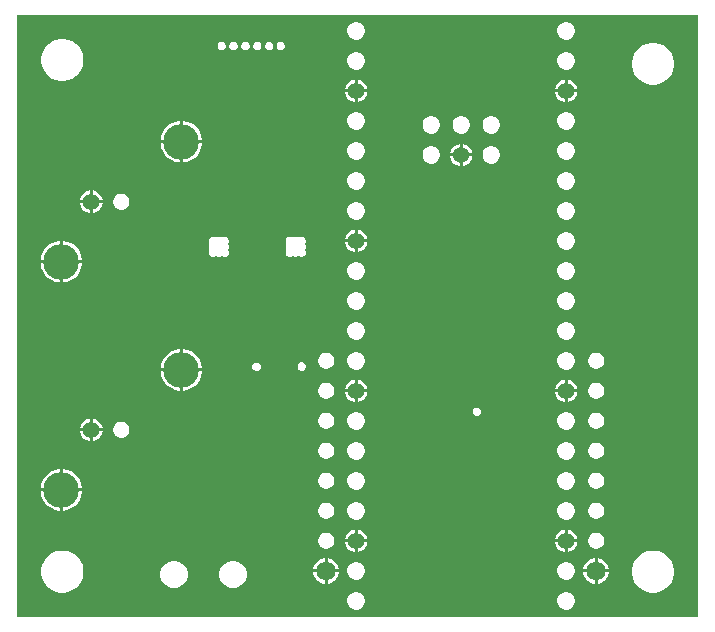
<source format=gbr>
%TF.GenerationSoftware,Altium Limited,Altium Designer,23.5.1 (21)*%
G04 Layer_Physical_Order=2*
G04 Layer_Color=36540*
%FSLAX45Y45*%
%MOMM*%
%TF.SameCoordinates,251D8D79-0CC1-4DB5-8A6B-B6CDDAA58204*%
%TF.FilePolarity,Positive*%
%TF.FileFunction,Copper,L2,Inr,Signal*%
%TF.Part,Single*%
G01*
G75*
%TA.AperFunction,ComponentPad*%
%ADD24C,0.47400*%
%ADD26C,1.65100*%
%ADD29C,1.39000*%
%ADD30C,3.01500*%
%ADD31C,1.40800*%
%ADD32C,1.37000*%
G36*
X5783766Y16235D02*
X16235D01*
Y5116265D01*
X5783765D01*
X5783766Y16235D01*
D02*
G37*
%LPC*%
G36*
X4675359Y5053400D02*
X4655638D01*
X4636588Y5048296D01*
X4619509Y5038435D01*
X4605564Y5024490D01*
X4595703Y5007410D01*
X4590599Y4988361D01*
Y4968639D01*
X4595703Y4949590D01*
X4605564Y4932511D01*
X4619509Y4918565D01*
X4636588Y4908704D01*
X4655638Y4903600D01*
X4675359D01*
X4694409Y4908704D01*
X4711488Y4918565D01*
X4725433Y4932511D01*
X4735294Y4949590D01*
X4740398Y4968639D01*
Y4988361D01*
X4735294Y5007410D01*
X4725433Y5024490D01*
X4711488Y5038435D01*
X4694409Y5048296D01*
X4675359Y5053400D01*
D02*
G37*
G36*
X2897361D02*
X2877639D01*
X2858590Y5048296D01*
X2841510Y5038435D01*
X2827565Y5024490D01*
X2817704Y5007410D01*
X2812600Y4988361D01*
Y4968639D01*
X2817704Y4949590D01*
X2827565Y4932511D01*
X2841510Y4918565D01*
X2858590Y4908704D01*
X2877639Y4903600D01*
X2897361D01*
X2916410Y4908704D01*
X2933489Y4918565D01*
X2947435Y4932511D01*
X2957296Y4949590D01*
X2962400Y4968639D01*
Y4988361D01*
X2957296Y5007410D01*
X2947435Y5024490D01*
X2933489Y5038435D01*
X2916410Y5048296D01*
X2897361Y5053400D01*
D02*
G37*
G36*
X2257041Y4885400D02*
X2242959D01*
X2229948Y4880010D01*
X2219990Y4870052D01*
X2214600Y4857041D01*
Y4842959D01*
X2219990Y4829948D01*
X2229948Y4819990D01*
X2242959Y4814600D01*
X2257041D01*
X2270052Y4819990D01*
X2280010Y4829948D01*
X2285400Y4842959D01*
Y4857041D01*
X2280010Y4870052D01*
X2270052Y4880010D01*
X2257041Y4885400D01*
D02*
G37*
G36*
X2157041D02*
X2142959D01*
X2129948Y4880010D01*
X2119990Y4870052D01*
X2114600Y4857041D01*
Y4842959D01*
X2119990Y4829948D01*
X2129948Y4819990D01*
X2142959Y4814600D01*
X2157041D01*
X2170052Y4819990D01*
X2180010Y4829948D01*
X2185400Y4842959D01*
Y4857041D01*
X2180010Y4870052D01*
X2170052Y4880010D01*
X2157041Y4885400D01*
D02*
G37*
G36*
X2057041D02*
X2042959D01*
X2029948Y4880010D01*
X2019990Y4870052D01*
X2014600Y4857041D01*
Y4842959D01*
X2019990Y4829948D01*
X2029948Y4819990D01*
X2042959Y4814600D01*
X2057041D01*
X2070052Y4819990D01*
X2080010Y4829948D01*
X2085400Y4842959D01*
Y4857041D01*
X2080010Y4870052D01*
X2070052Y4880010D01*
X2057041Y4885400D01*
D02*
G37*
G36*
X1957041D02*
X1942959D01*
X1929948Y4880010D01*
X1919990Y4870052D01*
X1914600Y4857041D01*
Y4842959D01*
X1919990Y4829948D01*
X1929948Y4819990D01*
X1942959Y4814600D01*
X1957041D01*
X1970052Y4819990D01*
X1980010Y4829948D01*
X1985400Y4842959D01*
Y4857041D01*
X1980010Y4870052D01*
X1970052Y4880010D01*
X1957041Y4885400D01*
D02*
G37*
G36*
X1857041D02*
X1842959D01*
X1829948Y4880010D01*
X1819990Y4870052D01*
X1814600Y4857041D01*
Y4842959D01*
X1819990Y4829948D01*
X1829948Y4819990D01*
X1842959Y4814600D01*
X1857041D01*
X1870052Y4819990D01*
X1880010Y4829948D01*
X1885400Y4842959D01*
Y4857041D01*
X1880010Y4870052D01*
X1870052Y4880010D01*
X1857041Y4885400D01*
D02*
G37*
G36*
X1757041D02*
X1742959D01*
X1729948Y4880010D01*
X1719990Y4870052D01*
X1714600Y4857041D01*
Y4842959D01*
X1719990Y4829948D01*
X1729948Y4819990D01*
X1742959Y4814600D01*
X1757041D01*
X1770052Y4819990D01*
X1780010Y4829948D01*
X1785400Y4842959D01*
Y4857041D01*
X1780010Y4870052D01*
X1770052Y4880010D01*
X1757041Y4885400D01*
D02*
G37*
G36*
X4675359Y4799400D02*
X4655638D01*
X4636588Y4794296D01*
X4619509Y4784435D01*
X4605564Y4770490D01*
X4595703Y4753410D01*
X4590599Y4734361D01*
Y4714639D01*
X4595703Y4695590D01*
X4605564Y4678511D01*
X4619509Y4664565D01*
X4636588Y4654704D01*
X4655638Y4649600D01*
X4675359D01*
X4694409Y4654704D01*
X4711488Y4664565D01*
X4725433Y4678511D01*
X4735294Y4695590D01*
X4740398Y4714639D01*
Y4734361D01*
X4735294Y4753410D01*
X4725433Y4770490D01*
X4711488Y4784435D01*
X4694409Y4794296D01*
X4675359Y4799400D01*
D02*
G37*
G36*
X2897361D02*
X2877639D01*
X2858590Y4794296D01*
X2841510Y4784435D01*
X2827565Y4770490D01*
X2817704Y4753410D01*
X2812600Y4734361D01*
Y4714639D01*
X2817704Y4695590D01*
X2827565Y4678511D01*
X2841510Y4664565D01*
X2858590Y4654704D01*
X2877639Y4649600D01*
X2897361D01*
X2916410Y4654704D01*
X2933489Y4664565D01*
X2947435Y4678511D01*
X2957296Y4695590D01*
X2962400Y4714639D01*
Y4734361D01*
X2957296Y4753410D01*
X2947435Y4770490D01*
X2933489Y4784435D01*
X2916410Y4794296D01*
X2897361Y4799400D01*
D02*
G37*
G36*
X417522Y4910400D02*
X382478D01*
X348109Y4903563D01*
X315733Y4890153D01*
X286595Y4870684D01*
X261816Y4845905D01*
X242347Y4816767D01*
X228937Y4784391D01*
X222100Y4750022D01*
Y4714978D01*
X228937Y4680609D01*
X242347Y4648233D01*
X261816Y4619095D01*
X286595Y4594316D01*
X315733Y4574847D01*
X348109Y4561437D01*
X382478Y4554600D01*
X417522D01*
X451891Y4561437D01*
X484267Y4574847D01*
X513405Y4594316D01*
X538184Y4619095D01*
X557653Y4648233D01*
X571063Y4680609D01*
X577900Y4714978D01*
Y4750022D01*
X571063Y4784391D01*
X557653Y4816767D01*
X538184Y4845905D01*
X513405Y4870684D01*
X484267Y4890153D01*
X451891Y4903563D01*
X417522Y4910400D01*
D02*
G37*
G36*
X5417522Y4877900D02*
X5382478D01*
X5348109Y4871063D01*
X5315733Y4857653D01*
X5286595Y4838184D01*
X5261816Y4813405D01*
X5242347Y4784267D01*
X5228937Y4751891D01*
X5222100Y4717522D01*
Y4682478D01*
X5228937Y4648109D01*
X5242347Y4615733D01*
X5261816Y4586595D01*
X5286595Y4561816D01*
X5315733Y4542347D01*
X5348109Y4528937D01*
X5382478Y4522100D01*
X5417522D01*
X5451892Y4528937D01*
X5484267Y4542347D01*
X5513405Y4561816D01*
X5538184Y4586595D01*
X5557653Y4615733D01*
X5571063Y4648109D01*
X5577900Y4682478D01*
Y4717522D01*
X5571063Y4751891D01*
X5557653Y4784267D01*
X5538184Y4813405D01*
X5513405Y4838184D01*
X5484267Y4857653D01*
X5451892Y4871063D01*
X5417522Y4877900D01*
D02*
G37*
G36*
X4678198Y4565345D02*
Y4483201D01*
X4760343D01*
X4753931Y4507130D01*
X4741437Y4528770D01*
X4723768Y4546439D01*
X4702129Y4558933D01*
X4678198Y4565345D01*
D02*
G37*
G36*
X4652798Y4565345D02*
X4628868Y4558933D01*
X4607229Y4546439D01*
X4589560Y4528770D01*
X4577066Y4507130D01*
X4570654Y4483201D01*
X4652798D01*
Y4565345D01*
D02*
G37*
G36*
X2900200D02*
Y4483200D01*
X2982345D01*
X2975933Y4507130D01*
X2963439Y4528770D01*
X2945770Y4546439D01*
X2924130Y4558933D01*
X2900200Y4565345D01*
D02*
G37*
G36*
X2874800D02*
X2850870Y4558933D01*
X2829230Y4546439D01*
X2811561Y4528770D01*
X2799067Y4507130D01*
X2792655Y4483200D01*
X2874800D01*
Y4565345D01*
D02*
G37*
G36*
X4652798Y4457801D02*
X4570654D01*
X4577066Y4433870D01*
X4589560Y4412230D01*
X4607229Y4394561D01*
X4628868Y4382067D01*
X4652798Y4375655D01*
Y4457801D01*
D02*
G37*
G36*
X2982345Y4457800D02*
X2900200D01*
Y4375655D01*
X2924130Y4382067D01*
X2945770Y4394561D01*
X2963439Y4412230D01*
X2975933Y4433870D01*
X2982345Y4457800D01*
D02*
G37*
G36*
X2874800D02*
X2792655D01*
X2799067Y4433870D01*
X2811561Y4412230D01*
X2829230Y4394561D01*
X2850870Y4382067D01*
X2874800Y4375655D01*
Y4457800D01*
D02*
G37*
G36*
X4760343Y4457801D02*
X4678198D01*
Y4375655D01*
X4702129Y4382067D01*
X4723768Y4394561D01*
X4741437Y4412230D01*
X4753931Y4433870D01*
X4760343Y4457801D01*
D02*
G37*
G36*
X4675359Y4291400D02*
X4655638D01*
X4636588Y4286296D01*
X4619509Y4276435D01*
X4605564Y4262490D01*
X4595703Y4245410D01*
X4590599Y4226361D01*
Y4206639D01*
X4595703Y4187590D01*
X4605564Y4170511D01*
X4619509Y4156565D01*
X4636588Y4146704D01*
X4655638Y4141600D01*
X4675359D01*
X4694409Y4146704D01*
X4711488Y4156565D01*
X4725433Y4170511D01*
X4735294Y4187590D01*
X4740398Y4206639D01*
Y4226361D01*
X4735294Y4245410D01*
X4725433Y4262490D01*
X4711488Y4276435D01*
X4694409Y4286296D01*
X4675359Y4291400D01*
D02*
G37*
G36*
X2897361D02*
X2877639D01*
X2858590Y4286296D01*
X2841510Y4276435D01*
X2827565Y4262490D01*
X2817704Y4245410D01*
X2812600Y4226361D01*
Y4206639D01*
X2817704Y4187590D01*
X2827565Y4170511D01*
X2841510Y4156565D01*
X2858590Y4146704D01*
X2877639Y4141600D01*
X2897361D01*
X2916410Y4146704D01*
X2933489Y4156565D01*
X2947435Y4170511D01*
X2957296Y4187590D01*
X2962400Y4206639D01*
Y4226361D01*
X2957296Y4245410D01*
X2947435Y4262490D01*
X2933489Y4276435D01*
X2916410Y4286296D01*
X2897361Y4291400D01*
D02*
G37*
G36*
X4041229Y4256400D02*
X4021771D01*
X4002976Y4251364D01*
X3986124Y4241635D01*
X3972365Y4227875D01*
X3962636Y4211024D01*
X3957600Y4192229D01*
Y4172771D01*
X3962636Y4153976D01*
X3972365Y4137124D01*
X3986124Y4123365D01*
X4002976Y4113636D01*
X4021771Y4108600D01*
X4041229D01*
X4060024Y4113636D01*
X4076876Y4123365D01*
X4090635Y4137124D01*
X4100364Y4153976D01*
X4105400Y4172771D01*
Y4192229D01*
X4100364Y4211024D01*
X4090635Y4227875D01*
X4076876Y4241635D01*
X4060024Y4251364D01*
X4041229Y4256400D01*
D02*
G37*
G36*
X3787229D02*
X3767771D01*
X3748976Y4251364D01*
X3732124Y4241635D01*
X3718365Y4227875D01*
X3708636Y4211024D01*
X3703600Y4192229D01*
Y4172771D01*
X3708636Y4153976D01*
X3718365Y4137124D01*
X3732124Y4123365D01*
X3748976Y4113636D01*
X3767771Y4108600D01*
X3787229D01*
X3806024Y4113636D01*
X3822876Y4123365D01*
X3836635Y4137124D01*
X3846364Y4153976D01*
X3851400Y4172771D01*
Y4192229D01*
X3846364Y4211024D01*
X3836635Y4227875D01*
X3822876Y4241635D01*
X3806024Y4251364D01*
X3787229Y4256400D01*
D02*
G37*
G36*
X3533229D02*
X3513771D01*
X3494976Y4251364D01*
X3478124Y4241635D01*
X3464365Y4227875D01*
X3454636Y4211024D01*
X3449600Y4192229D01*
Y4172771D01*
X3454636Y4153976D01*
X3464365Y4137124D01*
X3478124Y4123365D01*
X3494976Y4113636D01*
X3513771Y4108600D01*
X3533229D01*
X3552024Y4113636D01*
X3568876Y4123365D01*
X3582635Y4137124D01*
X3592364Y4153976D01*
X3597400Y4172771D01*
Y4192229D01*
X3592364Y4211024D01*
X3582635Y4227875D01*
X3568876Y4241635D01*
X3552024Y4251364D01*
X3533229Y4256400D01*
D02*
G37*
G36*
X1425349Y4216650D02*
X1420700D01*
Y4053200D01*
X1584150D01*
Y4057849D01*
X1577381Y4091881D01*
X1564102Y4123938D01*
X1544825Y4152789D01*
X1520289Y4177325D01*
X1491438Y4196602D01*
X1459381Y4209881D01*
X1425349Y4216650D01*
D02*
G37*
G36*
X1395300D02*
X1390651D01*
X1356619Y4209881D01*
X1324561Y4196602D01*
X1295711Y4177325D01*
X1271175Y4152789D01*
X1251898Y4123938D01*
X1238619Y4091881D01*
X1231850Y4057849D01*
Y4053200D01*
X1395300D01*
Y4216650D01*
D02*
G37*
G36*
X3790200Y4022309D02*
Y3941200D01*
X3871310D01*
X3865001Y3964744D01*
X3852639Y3986156D01*
X3835156Y4003639D01*
X3813744Y4016001D01*
X3790200Y4022309D01*
D02*
G37*
G36*
X3764800D02*
X3741256Y4016001D01*
X3719844Y4003639D01*
X3702361Y3986156D01*
X3689999Y3964744D01*
X3683690Y3941200D01*
X3764800D01*
Y4022309D01*
D02*
G37*
G36*
X4675359Y4037400D02*
X4655638D01*
X4636588Y4032296D01*
X4619509Y4022435D01*
X4605564Y4008490D01*
X4595703Y3991410D01*
X4590599Y3972361D01*
Y3952639D01*
X4595703Y3933590D01*
X4605564Y3916511D01*
X4619509Y3902565D01*
X4636588Y3892704D01*
X4655638Y3887600D01*
X4675359D01*
X4694409Y3892704D01*
X4711488Y3902565D01*
X4725433Y3916511D01*
X4735294Y3933590D01*
X4740398Y3952639D01*
Y3972361D01*
X4735294Y3991410D01*
X4725433Y4008490D01*
X4711488Y4022435D01*
X4694409Y4032296D01*
X4675359Y4037400D01*
D02*
G37*
G36*
X2897361D02*
X2877639D01*
X2858590Y4032296D01*
X2841510Y4022435D01*
X2827565Y4008490D01*
X2817704Y3991410D01*
X2812600Y3972361D01*
Y3952639D01*
X2817704Y3933590D01*
X2827565Y3916511D01*
X2841510Y3902565D01*
X2858590Y3892704D01*
X2877639Y3887600D01*
X2897361D01*
X2916410Y3892704D01*
X2933489Y3902565D01*
X2947435Y3916511D01*
X2957296Y3933590D01*
X2962400Y3952639D01*
Y3972361D01*
X2957296Y3991410D01*
X2947435Y4008490D01*
X2933489Y4022435D01*
X2916410Y4032296D01*
X2897361Y4037400D01*
D02*
G37*
G36*
X1584150Y4027800D02*
X1420700D01*
Y3864350D01*
X1425349D01*
X1459381Y3871119D01*
X1491438Y3884398D01*
X1520289Y3903675D01*
X1544825Y3928211D01*
X1564102Y3957061D01*
X1577381Y3989119D01*
X1584150Y4023151D01*
Y4027800D01*
D02*
G37*
G36*
X1395300D02*
X1231850D01*
Y4023151D01*
X1238619Y3989119D01*
X1251898Y3957061D01*
X1271175Y3928211D01*
X1295711Y3903675D01*
X1324561Y3884398D01*
X1356619Y3871119D01*
X1390651Y3864350D01*
X1395300D01*
Y4027800D01*
D02*
G37*
G36*
X4041229Y4002400D02*
X4021771D01*
X4002976Y3997364D01*
X3986124Y3987635D01*
X3972365Y3973875D01*
X3962636Y3957024D01*
X3957600Y3938229D01*
Y3918771D01*
X3962636Y3899976D01*
X3972365Y3883124D01*
X3986124Y3869365D01*
X4002976Y3859636D01*
X4021771Y3854600D01*
X4041229D01*
X4060024Y3859636D01*
X4076876Y3869365D01*
X4090635Y3883124D01*
X4100364Y3899976D01*
X4105400Y3918771D01*
Y3938229D01*
X4100364Y3957024D01*
X4090635Y3973875D01*
X4076876Y3987635D01*
X4060024Y3997364D01*
X4041229Y4002400D01*
D02*
G37*
G36*
X3533229D02*
X3513771D01*
X3494976Y3997364D01*
X3478124Y3987635D01*
X3464365Y3973875D01*
X3454636Y3957024D01*
X3449600Y3938229D01*
Y3918771D01*
X3454636Y3899976D01*
X3464365Y3883124D01*
X3478124Y3869365D01*
X3494976Y3859636D01*
X3513771Y3854600D01*
X3533229D01*
X3552024Y3859636D01*
X3568876Y3869365D01*
X3582635Y3883124D01*
X3592364Y3899976D01*
X3597400Y3918771D01*
Y3938229D01*
X3592364Y3957024D01*
X3582635Y3973875D01*
X3568876Y3987635D01*
X3552024Y3997364D01*
X3533229Y4002400D01*
D02*
G37*
G36*
X3871310Y3915800D02*
X3790200D01*
Y3834690D01*
X3813744Y3840999D01*
X3835156Y3853361D01*
X3852639Y3870844D01*
X3865001Y3892256D01*
X3871310Y3915800D01*
D02*
G37*
G36*
X3764800D02*
X3683690D01*
X3689999Y3892256D01*
X3702361Y3870844D01*
X3719844Y3853361D01*
X3741256Y3840999D01*
X3764800Y3834690D01*
Y3915800D01*
D02*
G37*
G36*
X4675359Y3783400D02*
X4655638D01*
X4636588Y3778296D01*
X4619509Y3768435D01*
X4605564Y3754490D01*
X4595703Y3737410D01*
X4590599Y3718361D01*
Y3698639D01*
X4595703Y3679590D01*
X4605564Y3662511D01*
X4619509Y3648565D01*
X4636588Y3638704D01*
X4655638Y3633600D01*
X4675359D01*
X4694409Y3638704D01*
X4711488Y3648565D01*
X4725433Y3662511D01*
X4735294Y3679590D01*
X4740398Y3698639D01*
Y3718361D01*
X4735294Y3737410D01*
X4725433Y3754490D01*
X4711488Y3768435D01*
X4694409Y3778296D01*
X4675359Y3783400D01*
D02*
G37*
G36*
X2897361D02*
X2877639D01*
X2858590Y3778296D01*
X2841510Y3768435D01*
X2827565Y3754490D01*
X2817704Y3737410D01*
X2812600Y3718361D01*
Y3698639D01*
X2817704Y3679590D01*
X2827565Y3662511D01*
X2841510Y3648565D01*
X2858590Y3638704D01*
X2877639Y3633600D01*
X2897361D01*
X2916410Y3638704D01*
X2933489Y3648565D01*
X2947435Y3662511D01*
X2957296Y3679590D01*
X2962400Y3698639D01*
Y3718361D01*
X2957296Y3737410D01*
X2947435Y3754490D01*
X2933489Y3768435D01*
X2916410Y3778296D01*
X2897361Y3783400D01*
D02*
G37*
G36*
X658700Y3628276D02*
Y3545200D01*
X741777D01*
X735271Y3569477D01*
X722659Y3591323D01*
X704823Y3609159D01*
X682977Y3621771D01*
X658700Y3628276D01*
D02*
G37*
G36*
X633300D02*
X609023Y3621771D01*
X587177Y3609159D01*
X569341Y3591323D01*
X556729Y3569477D01*
X550223Y3545200D01*
X633300D01*
Y3628276D01*
D02*
G37*
G36*
X908939Y3600400D02*
X891061D01*
X873791Y3595773D01*
X858308Y3586833D01*
X845667Y3574191D01*
X836727Y3558708D01*
X832100Y3541439D01*
Y3523561D01*
X836727Y3506291D01*
X845667Y3490808D01*
X858308Y3478167D01*
X873791Y3469227D01*
X891061Y3464600D01*
X908939D01*
X926208Y3469227D01*
X941692Y3478167D01*
X954333Y3490808D01*
X963273Y3506291D01*
X967900Y3523561D01*
Y3541439D01*
X963273Y3558708D01*
X954333Y3574191D01*
X941692Y3586833D01*
X926208Y3595773D01*
X908939Y3600400D01*
D02*
G37*
G36*
X741777Y3519800D02*
X658700D01*
Y3436723D01*
X682977Y3443229D01*
X704823Y3455841D01*
X722659Y3473677D01*
X735271Y3495523D01*
X741777Y3519800D01*
D02*
G37*
G36*
X633300D02*
X550223D01*
X556729Y3495523D01*
X569341Y3473677D01*
X587177Y3455841D01*
X609023Y3443229D01*
X633300Y3436723D01*
Y3519800D01*
D02*
G37*
G36*
X4675359Y3529400D02*
X4655638D01*
X4636588Y3524296D01*
X4619509Y3514435D01*
X4605564Y3500490D01*
X4595703Y3483410D01*
X4590599Y3464361D01*
Y3444639D01*
X4595703Y3425590D01*
X4605564Y3408511D01*
X4619509Y3394565D01*
X4636588Y3384704D01*
X4655638Y3379600D01*
X4675359D01*
X4694409Y3384704D01*
X4711488Y3394565D01*
X4725433Y3408511D01*
X4735294Y3425590D01*
X4740398Y3444639D01*
Y3464361D01*
X4735294Y3483410D01*
X4725433Y3500490D01*
X4711488Y3514435D01*
X4694409Y3524296D01*
X4675359Y3529400D01*
D02*
G37*
G36*
X2897361D02*
X2877639D01*
X2858590Y3524296D01*
X2841510Y3514435D01*
X2827565Y3500490D01*
X2817704Y3483410D01*
X2812600Y3464361D01*
Y3444639D01*
X2817704Y3425590D01*
X2827565Y3408511D01*
X2841510Y3394565D01*
X2858590Y3384704D01*
X2877639Y3379600D01*
X2897361D01*
X2916410Y3384704D01*
X2933489Y3394565D01*
X2947435Y3408511D01*
X2957296Y3425590D01*
X2962400Y3444639D01*
Y3464361D01*
X2957296Y3483410D01*
X2947435Y3500490D01*
X2933489Y3514435D01*
X2916410Y3524296D01*
X2897361Y3529400D01*
D02*
G37*
G36*
X2432041Y3235400D02*
X2417959D01*
X2404948Y3230010D01*
X2400000Y3225063D01*
X2395052Y3230010D01*
X2382041Y3235400D01*
X2367959D01*
X2354948Y3230010D01*
X2350000Y3225062D01*
X2345052Y3230010D01*
X2332041Y3235400D01*
X2317959D01*
X2304948Y3230010D01*
X2294990Y3220052D01*
X2289600Y3207041D01*
Y3192959D01*
X2294990Y3179948D01*
X2299937Y3175000D01*
X2294990Y3170052D01*
X2289600Y3157041D01*
Y3142959D01*
X2294990Y3129948D01*
X2299937Y3125000D01*
X2294990Y3120052D01*
X2289600Y3107041D01*
Y3092959D01*
X2294990Y3079948D01*
X2304948Y3069990D01*
X2317959Y3064600D01*
X2332041D01*
X2345052Y3069990D01*
X2350000Y3074937D01*
X2354948Y3069990D01*
X2367959Y3064600D01*
X2382041D01*
X2395052Y3069990D01*
X2400000Y3074937D01*
X2404948Y3069990D01*
X2417959Y3064600D01*
X2432041D01*
X2445052Y3069990D01*
X2455010Y3079948D01*
X2460400Y3092959D01*
Y3107041D01*
X2455010Y3120052D01*
X2450063Y3125000D01*
X2455010Y3129948D01*
X2460400Y3142959D01*
Y3157041D01*
X2455010Y3170052D01*
X2450063Y3175000D01*
X2455010Y3179948D01*
X2460400Y3192959D01*
Y3207041D01*
X2455010Y3220052D01*
X2445052Y3230010D01*
X2432041Y3235400D01*
D02*
G37*
G36*
X1782041D02*
X1767959D01*
X1754948Y3230010D01*
X1750000Y3225063D01*
X1745052Y3230010D01*
X1732041Y3235400D01*
X1717959D01*
X1704948Y3230010D01*
X1700000Y3225062D01*
X1695052Y3230010D01*
X1682041Y3235400D01*
X1667959D01*
X1654948Y3230010D01*
X1644990Y3220052D01*
X1639600Y3207041D01*
Y3192959D01*
X1644990Y3179948D01*
X1649937Y3175000D01*
X1644990Y3170052D01*
X1639600Y3157041D01*
Y3142959D01*
X1644990Y3129948D01*
X1649937Y3125000D01*
X1644990Y3120052D01*
X1639600Y3107041D01*
Y3092959D01*
X1644990Y3079948D01*
X1654948Y3069990D01*
X1667959Y3064600D01*
X1682041D01*
X1695052Y3069990D01*
X1700000Y3074937D01*
X1704948Y3069990D01*
X1717959Y3064600D01*
X1732041D01*
X1745052Y3069990D01*
X1750000Y3074937D01*
X1754948Y3069990D01*
X1767959Y3064600D01*
X1782041D01*
X1795052Y3069990D01*
X1805010Y3079948D01*
X1810400Y3092959D01*
Y3107041D01*
X1805010Y3120052D01*
X1800062Y3125000D01*
X1805010Y3129948D01*
X1810400Y3142959D01*
Y3157041D01*
X1805010Y3170052D01*
X1800063Y3175000D01*
X1805010Y3179948D01*
X1810400Y3192959D01*
Y3207041D01*
X1805010Y3220052D01*
X1795052Y3230010D01*
X1782041Y3235400D01*
D02*
G37*
G36*
X2900200Y3295345D02*
Y3213200D01*
X2982345D01*
X2975933Y3237130D01*
X2963439Y3258770D01*
X2945770Y3276439D01*
X2924130Y3288933D01*
X2900200Y3295345D01*
D02*
G37*
G36*
X2874800D02*
X2850870Y3288933D01*
X2829230Y3276439D01*
X2811561Y3258770D01*
X2799067Y3237130D01*
X2792655Y3213200D01*
X2874800D01*
Y3295345D01*
D02*
G37*
G36*
X4675359Y3275400D02*
X4655638D01*
X4636588Y3270296D01*
X4619509Y3260435D01*
X4605564Y3246490D01*
X4595703Y3229410D01*
X4590599Y3210361D01*
Y3190639D01*
X4595703Y3171590D01*
X4605564Y3154511D01*
X4619509Y3140565D01*
X4636588Y3130704D01*
X4655638Y3125600D01*
X4675359D01*
X4694409Y3130704D01*
X4711488Y3140565D01*
X4725433Y3154511D01*
X4735294Y3171590D01*
X4740398Y3190639D01*
Y3210361D01*
X4735294Y3229410D01*
X4725433Y3246490D01*
X4711488Y3260435D01*
X4694409Y3270296D01*
X4675359Y3275400D01*
D02*
G37*
G36*
X2982345Y3187800D02*
X2900200D01*
Y3105655D01*
X2924130Y3112067D01*
X2945770Y3124561D01*
X2963439Y3142230D01*
X2975933Y3163870D01*
X2982345Y3187800D01*
D02*
G37*
G36*
X2874800D02*
X2792655D01*
X2799067Y3163870D01*
X2811561Y3142230D01*
X2829230Y3124561D01*
X2850870Y3112067D01*
X2874800Y3105655D01*
Y3187800D01*
D02*
G37*
G36*
X409349Y3200650D02*
X404700D01*
Y3037200D01*
X568150D01*
Y3041849D01*
X561381Y3075881D01*
X548102Y3107938D01*
X528825Y3136789D01*
X504289Y3161325D01*
X475438Y3180602D01*
X443381Y3193881D01*
X409349Y3200650D01*
D02*
G37*
G36*
X379300D02*
X374651D01*
X340619Y3193881D01*
X308561Y3180602D01*
X279711Y3161325D01*
X255175Y3136789D01*
X235898Y3107938D01*
X222619Y3075881D01*
X215850Y3041849D01*
Y3037200D01*
X379300D01*
Y3200650D01*
D02*
G37*
G36*
X4675359Y3021400D02*
X4655638D01*
X4636588Y3016296D01*
X4619509Y3006435D01*
X4605564Y2992490D01*
X4595703Y2975410D01*
X4590599Y2956361D01*
Y2936639D01*
X4595703Y2917590D01*
X4605564Y2900511D01*
X4619509Y2886565D01*
X4636588Y2876704D01*
X4655638Y2871600D01*
X4675359D01*
X4694409Y2876704D01*
X4711488Y2886565D01*
X4725433Y2900511D01*
X4735294Y2917590D01*
X4740398Y2936639D01*
Y2956361D01*
X4735294Y2975410D01*
X4725433Y2992490D01*
X4711488Y3006435D01*
X4694409Y3016296D01*
X4675359Y3021400D01*
D02*
G37*
G36*
X2897361D02*
X2877639D01*
X2858590Y3016296D01*
X2841510Y3006435D01*
X2827565Y2992490D01*
X2817704Y2975410D01*
X2812600Y2956361D01*
Y2936639D01*
X2817704Y2917590D01*
X2827565Y2900511D01*
X2841510Y2886565D01*
X2858590Y2876704D01*
X2877639Y2871600D01*
X2897361D01*
X2916410Y2876704D01*
X2933489Y2886565D01*
X2947435Y2900511D01*
X2957296Y2917590D01*
X2962400Y2936639D01*
Y2956361D01*
X2957296Y2975410D01*
X2947435Y2992490D01*
X2933489Y3006435D01*
X2916410Y3016296D01*
X2897361Y3021400D01*
D02*
G37*
G36*
X568150Y3011800D02*
X404700D01*
Y2848350D01*
X409349D01*
X443381Y2855119D01*
X475438Y2868398D01*
X504289Y2887675D01*
X528825Y2912211D01*
X548102Y2941061D01*
X561381Y2973119D01*
X568150Y3007151D01*
Y3011800D01*
D02*
G37*
G36*
X379300D02*
X215850D01*
Y3007151D01*
X222619Y2973119D01*
X235898Y2941061D01*
X255175Y2912211D01*
X279711Y2887675D01*
X308561Y2868398D01*
X340619Y2855119D01*
X374651Y2848350D01*
X379300D01*
Y3011800D01*
D02*
G37*
G36*
X4675359Y2767400D02*
X4655638D01*
X4636588Y2762296D01*
X4619509Y2752435D01*
X4605564Y2738490D01*
X4595703Y2721410D01*
X4590599Y2702361D01*
Y2682639D01*
X4595703Y2663590D01*
X4605564Y2646511D01*
X4619509Y2632565D01*
X4636588Y2622704D01*
X4655638Y2617600D01*
X4675359D01*
X4694409Y2622704D01*
X4711488Y2632565D01*
X4725433Y2646511D01*
X4735294Y2663590D01*
X4740398Y2682639D01*
Y2702361D01*
X4735294Y2721410D01*
X4725433Y2738490D01*
X4711488Y2752435D01*
X4694409Y2762296D01*
X4675359Y2767400D01*
D02*
G37*
G36*
X2897361D02*
X2877639D01*
X2858590Y2762296D01*
X2841510Y2752435D01*
X2827565Y2738490D01*
X2817704Y2721410D01*
X2812600Y2702361D01*
Y2682639D01*
X2817704Y2663590D01*
X2827565Y2646511D01*
X2841510Y2632565D01*
X2858590Y2622704D01*
X2877639Y2617600D01*
X2897361D01*
X2916410Y2622704D01*
X2933489Y2632565D01*
X2947435Y2646511D01*
X2957296Y2663590D01*
X2962400Y2682639D01*
Y2702361D01*
X2957296Y2721410D01*
X2947435Y2738490D01*
X2933489Y2752435D01*
X2916410Y2762296D01*
X2897361Y2767400D01*
D02*
G37*
G36*
X4675359Y2513400D02*
X4655638D01*
X4636588Y2508296D01*
X4619509Y2498435D01*
X4605564Y2484490D01*
X4595703Y2467410D01*
X4590599Y2448361D01*
Y2428639D01*
X4595703Y2409590D01*
X4605564Y2392511D01*
X4619509Y2378565D01*
X4636588Y2368704D01*
X4655638Y2363600D01*
X4675359D01*
X4694409Y2368704D01*
X4711488Y2378565D01*
X4725433Y2392511D01*
X4735294Y2409590D01*
X4740398Y2428639D01*
Y2448361D01*
X4735294Y2467410D01*
X4725433Y2484490D01*
X4711488Y2498435D01*
X4694409Y2508296D01*
X4675359Y2513400D01*
D02*
G37*
G36*
X2897361D02*
X2877639D01*
X2858590Y2508296D01*
X2841510Y2498435D01*
X2827565Y2484490D01*
X2817704Y2467410D01*
X2812600Y2448361D01*
Y2428639D01*
X2817704Y2409590D01*
X2827565Y2392511D01*
X2841510Y2378565D01*
X2858590Y2368704D01*
X2877639Y2363600D01*
X2897361D01*
X2916410Y2368704D01*
X2933489Y2378565D01*
X2947435Y2392511D01*
X2957296Y2409590D01*
X2962400Y2428639D01*
Y2448361D01*
X2957296Y2467410D01*
X2947435Y2484490D01*
X2933489Y2498435D01*
X2916410Y2508296D01*
X2897361Y2513400D01*
D02*
G37*
G36*
X1425349Y2284150D02*
X1420700D01*
Y2120700D01*
X1584150D01*
Y2125349D01*
X1577381Y2159381D01*
X1564102Y2191439D01*
X1544825Y2220289D01*
X1520289Y2244825D01*
X1491438Y2264102D01*
X1459381Y2277381D01*
X1425349Y2284150D01*
D02*
G37*
G36*
X1395300D02*
X1390651D01*
X1356619Y2277381D01*
X1324561Y2264102D01*
X1295711Y2244825D01*
X1271175Y2220289D01*
X1251898Y2191439D01*
X1238619Y2159381D01*
X1231850Y2125349D01*
Y2120700D01*
X1395300D01*
Y2284150D01*
D02*
G37*
G36*
X4928367Y2251850D02*
X4910633D01*
X4893504Y2247260D01*
X4878146Y2238393D01*
X4865607Y2225854D01*
X4856740Y2210496D01*
X4852150Y2193367D01*
Y2175633D01*
X4856740Y2158504D01*
X4865607Y2143146D01*
X4878146Y2130607D01*
X4893504Y2121740D01*
X4910633Y2117150D01*
X4928367D01*
X4945496Y2121740D01*
X4960854Y2130607D01*
X4973393Y2143146D01*
X4982260Y2158504D01*
X4986850Y2175633D01*
Y2193367D01*
X4982260Y2210496D01*
X4973393Y2225854D01*
X4960854Y2238393D01*
X4945496Y2247260D01*
X4928367Y2251850D01*
D02*
G37*
G36*
X2642367D02*
X2624633D01*
X2607504Y2247260D01*
X2592146Y2238393D01*
X2579607Y2225854D01*
X2570740Y2210496D01*
X2566150Y2193367D01*
Y2175633D01*
X2570740Y2158504D01*
X2579607Y2143146D01*
X2592146Y2130607D01*
X2607504Y2121740D01*
X2624633Y2117150D01*
X2642367D01*
X2659496Y2121740D01*
X2674854Y2130607D01*
X2687393Y2143146D01*
X2696260Y2158504D01*
X2700850Y2175633D01*
Y2193367D01*
X2696260Y2210496D01*
X2687393Y2225854D01*
X2674854Y2238393D01*
X2659496Y2247260D01*
X2642367Y2251850D01*
D02*
G37*
G36*
X4675359Y2259400D02*
X4655638D01*
X4636588Y2254296D01*
X4619509Y2244435D01*
X4605564Y2230490D01*
X4595703Y2213410D01*
X4590599Y2194361D01*
Y2174639D01*
X4595703Y2155590D01*
X4605564Y2138511D01*
X4619509Y2124565D01*
X4636588Y2114704D01*
X4655638Y2109600D01*
X4675359D01*
X4694409Y2114704D01*
X4711488Y2124565D01*
X4725433Y2138511D01*
X4735294Y2155590D01*
X4740398Y2174639D01*
Y2194361D01*
X4735294Y2213410D01*
X4725433Y2230490D01*
X4711488Y2244435D01*
X4694409Y2254296D01*
X4675359Y2259400D01*
D02*
G37*
G36*
X2897361D02*
X2877639D01*
X2858590Y2254296D01*
X2841510Y2244435D01*
X2827565Y2230490D01*
X2817704Y2213410D01*
X2812600Y2194361D01*
Y2174639D01*
X2817704Y2155590D01*
X2827565Y2138511D01*
X2841510Y2124565D01*
X2858590Y2114704D01*
X2877639Y2109600D01*
X2897361D01*
X2916410Y2114704D01*
X2933489Y2124565D01*
X2947435Y2138511D01*
X2957296Y2155590D01*
X2962400Y2174639D01*
Y2194361D01*
X2957296Y2213410D01*
X2947435Y2230490D01*
X2933489Y2244435D01*
X2916410Y2254296D01*
X2897361Y2259400D01*
D02*
G37*
G36*
X2434541Y2172900D02*
X2420459D01*
X2407448Y2167510D01*
X2397490Y2157552D01*
X2392100Y2144541D01*
Y2130459D01*
X2397490Y2117448D01*
X2407448Y2107490D01*
X2420459Y2102100D01*
X2434541D01*
X2447552Y2107490D01*
X2457510Y2117448D01*
X2462900Y2130459D01*
Y2144541D01*
X2457510Y2157552D01*
X2447552Y2167510D01*
X2434541Y2172900D01*
D02*
G37*
G36*
X2052241Y2169801D02*
X2038158D01*
X2025147Y2164411D01*
X2015189Y2154453D01*
X2009800Y2141443D01*
Y2127360D01*
X2015189Y2114349D01*
X2025147Y2104391D01*
X2038158Y2099001D01*
X2052241D01*
X2065252Y2104391D01*
X2075210Y2114349D01*
X2080599Y2127360D01*
Y2141443D01*
X2075210Y2154453D01*
X2065252Y2164411D01*
X2052241Y2169801D01*
D02*
G37*
G36*
X4678198Y2025345D02*
Y1943201D01*
X4760343D01*
X4753931Y1967130D01*
X4741437Y1988770D01*
X4723768Y2006439D01*
X4702129Y2018933D01*
X4678198Y2025345D01*
D02*
G37*
G36*
X4652798Y2025345D02*
X4628868Y2018933D01*
X4607229Y2006439D01*
X4589560Y1988770D01*
X4577066Y1967130D01*
X4570654Y1943201D01*
X4652798D01*
Y2025345D01*
D02*
G37*
G36*
X2900200D02*
Y1943200D01*
X2982345D01*
X2975933Y1967130D01*
X2963439Y1988770D01*
X2945770Y2006439D01*
X2924130Y2018933D01*
X2900200Y2025345D01*
D02*
G37*
G36*
X2874800D02*
X2850870Y2018933D01*
X2829230Y2006439D01*
X2811561Y1988770D01*
X2799067Y1967130D01*
X2792655Y1943200D01*
X2874800D01*
Y2025345D01*
D02*
G37*
G36*
X1584150Y2095300D02*
X1420700D01*
Y1931850D01*
X1425349D01*
X1459381Y1938619D01*
X1491438Y1951898D01*
X1520289Y1971175D01*
X1544825Y1995711D01*
X1564102Y2024562D01*
X1577381Y2056619D01*
X1584150Y2090651D01*
Y2095300D01*
D02*
G37*
G36*
X1395300D02*
X1231850D01*
Y2090651D01*
X1238619Y2056619D01*
X1251898Y2024562D01*
X1271175Y1995711D01*
X1295711Y1971175D01*
X1324561Y1951898D01*
X1356619Y1938619D01*
X1390651Y1931850D01*
X1395300D01*
Y2095300D01*
D02*
G37*
G36*
X4928367Y1997850D02*
X4910633D01*
X4893504Y1993260D01*
X4878146Y1984393D01*
X4865607Y1971854D01*
X4856740Y1956496D01*
X4852150Y1939367D01*
Y1921633D01*
X4856740Y1904504D01*
X4865607Y1889146D01*
X4878146Y1876607D01*
X4893504Y1867740D01*
X4910633Y1863150D01*
X4928367D01*
X4945496Y1867740D01*
X4960854Y1876607D01*
X4973393Y1889146D01*
X4982260Y1904504D01*
X4986850Y1921633D01*
Y1939367D01*
X4982260Y1956496D01*
X4973393Y1971854D01*
X4960854Y1984393D01*
X4945496Y1993260D01*
X4928367Y1997850D01*
D02*
G37*
G36*
X2642367D02*
X2624633D01*
X2607504Y1993260D01*
X2592146Y1984393D01*
X2579607Y1971854D01*
X2570740Y1956496D01*
X2566150Y1939367D01*
Y1921633D01*
X2570740Y1904504D01*
X2579607Y1889146D01*
X2592146Y1876607D01*
X2607504Y1867740D01*
X2624633Y1863150D01*
X2642367D01*
X2659496Y1867740D01*
X2674854Y1876607D01*
X2687393Y1889146D01*
X2696260Y1904504D01*
X2700850Y1921633D01*
Y1939367D01*
X2696260Y1956496D01*
X2687393Y1971854D01*
X2674854Y1984393D01*
X2659496Y1993260D01*
X2642367Y1997850D01*
D02*
G37*
G36*
X4652798Y1917801D02*
X4570654D01*
X4577066Y1893870D01*
X4589560Y1872230D01*
X4607229Y1854561D01*
X4628868Y1842067D01*
X4652798Y1835655D01*
Y1917801D01*
D02*
G37*
G36*
X2982345Y1917800D02*
X2900200D01*
Y1835655D01*
X2924130Y1842067D01*
X2945770Y1854561D01*
X2963439Y1872230D01*
X2975933Y1893870D01*
X2982345Y1917800D01*
D02*
G37*
G36*
X2874800D02*
X2792655D01*
X2799067Y1893870D01*
X2811561Y1872230D01*
X2829230Y1854561D01*
X2850870Y1842067D01*
X2874800Y1835655D01*
Y1917800D01*
D02*
G37*
G36*
X4760343Y1917801D02*
X4678198D01*
Y1835655D01*
X4702129Y1842067D01*
X4723768Y1854561D01*
X4741437Y1872230D01*
X4753931Y1893870D01*
X4760343Y1917801D01*
D02*
G37*
G36*
X3917041Y1787900D02*
X3902959D01*
X3889948Y1782510D01*
X3879990Y1772552D01*
X3874600Y1759541D01*
Y1745459D01*
X3879990Y1732448D01*
X3889948Y1722490D01*
X3902959Y1717100D01*
X3917041D01*
X3930052Y1722490D01*
X3940010Y1732448D01*
X3945400Y1745459D01*
Y1759541D01*
X3940010Y1772552D01*
X3930052Y1782510D01*
X3917041Y1787900D01*
D02*
G37*
G36*
X658700Y1695777D02*
Y1612700D01*
X741777D01*
X735271Y1636977D01*
X722659Y1658823D01*
X704823Y1676659D01*
X682977Y1689271D01*
X658700Y1695777D01*
D02*
G37*
G36*
X633300D02*
X609023Y1689271D01*
X587177Y1676659D01*
X569341Y1658823D01*
X556729Y1636977D01*
X550223Y1612700D01*
X633300D01*
Y1695777D01*
D02*
G37*
G36*
X4928367Y1743850D02*
X4910633D01*
X4893504Y1739260D01*
X4878146Y1730393D01*
X4865607Y1717854D01*
X4856740Y1702496D01*
X4852150Y1685367D01*
Y1667633D01*
X4856740Y1650504D01*
X4865607Y1635146D01*
X4878146Y1622607D01*
X4893504Y1613740D01*
X4910633Y1609150D01*
X4928367D01*
X4945496Y1613740D01*
X4960854Y1622607D01*
X4973393Y1635146D01*
X4982260Y1650504D01*
X4986850Y1667633D01*
Y1685367D01*
X4982260Y1702496D01*
X4973393Y1717854D01*
X4960854Y1730393D01*
X4945496Y1739260D01*
X4928367Y1743850D01*
D02*
G37*
G36*
X2642367D02*
X2624633D01*
X2607504Y1739260D01*
X2592146Y1730393D01*
X2579607Y1717854D01*
X2570740Y1702496D01*
X2566150Y1685367D01*
Y1667633D01*
X2570740Y1650504D01*
X2579607Y1635146D01*
X2592146Y1622607D01*
X2607504Y1613740D01*
X2624633Y1609150D01*
X2642367D01*
X2659496Y1613740D01*
X2674854Y1622607D01*
X2687393Y1635146D01*
X2696260Y1650504D01*
X2700850Y1667633D01*
Y1685367D01*
X2696260Y1702496D01*
X2687393Y1717854D01*
X2674854Y1730393D01*
X2659496Y1739260D01*
X2642367Y1743850D01*
D02*
G37*
G36*
X4675359Y1751400D02*
X4655638D01*
X4636588Y1746296D01*
X4619509Y1736435D01*
X4605564Y1722490D01*
X4595703Y1705410D01*
X4590599Y1686361D01*
Y1666639D01*
X4595703Y1647590D01*
X4605564Y1630511D01*
X4619509Y1616565D01*
X4636588Y1606704D01*
X4655638Y1601600D01*
X4675359D01*
X4694409Y1606704D01*
X4711488Y1616565D01*
X4725433Y1630511D01*
X4735294Y1647590D01*
X4740398Y1666639D01*
Y1686361D01*
X4735294Y1705410D01*
X4725433Y1722490D01*
X4711488Y1736435D01*
X4694409Y1746296D01*
X4675359Y1751400D01*
D02*
G37*
G36*
X2897361D02*
X2877639D01*
X2858590Y1746296D01*
X2841510Y1736435D01*
X2827565Y1722490D01*
X2817704Y1705410D01*
X2812600Y1686361D01*
Y1666639D01*
X2817704Y1647590D01*
X2827565Y1630511D01*
X2841510Y1616565D01*
X2858590Y1606704D01*
X2877639Y1601600D01*
X2897361D01*
X2916410Y1606704D01*
X2933489Y1616565D01*
X2947435Y1630511D01*
X2957296Y1647590D01*
X2962400Y1666639D01*
Y1686361D01*
X2957296Y1705410D01*
X2947435Y1722490D01*
X2933489Y1736435D01*
X2916410Y1746296D01*
X2897361Y1751400D01*
D02*
G37*
G36*
X908939Y1667900D02*
X891061D01*
X873791Y1663273D01*
X858308Y1654333D01*
X845667Y1641692D01*
X836727Y1626209D01*
X832100Y1608939D01*
Y1591061D01*
X836727Y1573792D01*
X845667Y1558309D01*
X858308Y1545667D01*
X873791Y1536727D01*
X891061Y1532100D01*
X908939D01*
X926208Y1536727D01*
X941692Y1545667D01*
X954333Y1558309D01*
X963273Y1573792D01*
X967900Y1591061D01*
Y1608939D01*
X963273Y1626209D01*
X954333Y1641692D01*
X941692Y1654333D01*
X926208Y1663273D01*
X908939Y1667900D01*
D02*
G37*
G36*
X741777Y1587300D02*
X658700D01*
Y1504224D01*
X682977Y1510729D01*
X704823Y1523341D01*
X722659Y1541178D01*
X735271Y1563023D01*
X741777Y1587300D01*
D02*
G37*
G36*
X633300D02*
X550223D01*
X556729Y1563023D01*
X569341Y1541178D01*
X587177Y1523341D01*
X609023Y1510729D01*
X633300Y1504224D01*
Y1587300D01*
D02*
G37*
G36*
X4928367Y1489850D02*
X4910633D01*
X4893504Y1485260D01*
X4878146Y1476393D01*
X4865607Y1463854D01*
X4856740Y1448496D01*
X4852150Y1431367D01*
Y1413633D01*
X4856740Y1396504D01*
X4865607Y1381146D01*
X4878146Y1368607D01*
X4893504Y1359740D01*
X4910633Y1355150D01*
X4928367D01*
X4945496Y1359740D01*
X4960854Y1368607D01*
X4973393Y1381146D01*
X4982260Y1396504D01*
X4986850Y1413633D01*
Y1431367D01*
X4982260Y1448496D01*
X4973393Y1463854D01*
X4960854Y1476393D01*
X4945496Y1485260D01*
X4928367Y1489850D01*
D02*
G37*
G36*
X2642367D02*
X2624633D01*
X2607504Y1485260D01*
X2592146Y1476393D01*
X2579607Y1463854D01*
X2570740Y1448496D01*
X2566150Y1431367D01*
Y1413633D01*
X2570740Y1396504D01*
X2579607Y1381146D01*
X2592146Y1368607D01*
X2607504Y1359740D01*
X2624633Y1355150D01*
X2642367D01*
X2659496Y1359740D01*
X2674854Y1368607D01*
X2687393Y1381146D01*
X2696260Y1396504D01*
X2700850Y1413633D01*
Y1431367D01*
X2696260Y1448496D01*
X2687393Y1463854D01*
X2674854Y1476393D01*
X2659496Y1485260D01*
X2642367Y1489850D01*
D02*
G37*
G36*
X4675359Y1497400D02*
X4655638D01*
X4636588Y1492296D01*
X4619509Y1482435D01*
X4605564Y1468490D01*
X4595703Y1451410D01*
X4590599Y1432361D01*
Y1412639D01*
X4595703Y1393590D01*
X4605564Y1376511D01*
X4619509Y1362565D01*
X4636588Y1352704D01*
X4655638Y1347600D01*
X4675359D01*
X4694409Y1352704D01*
X4711488Y1362565D01*
X4725433Y1376511D01*
X4735294Y1393590D01*
X4740398Y1412639D01*
Y1432361D01*
X4735294Y1451410D01*
X4725433Y1468490D01*
X4711488Y1482435D01*
X4694409Y1492296D01*
X4675359Y1497400D01*
D02*
G37*
G36*
X2897361D02*
X2877639D01*
X2858590Y1492296D01*
X2841510Y1482435D01*
X2827565Y1468490D01*
X2817704Y1451410D01*
X2812600Y1432361D01*
Y1412639D01*
X2817704Y1393590D01*
X2827565Y1376511D01*
X2841510Y1362565D01*
X2858590Y1352704D01*
X2877639Y1347600D01*
X2897361D01*
X2916410Y1352704D01*
X2933489Y1362565D01*
X2947435Y1376511D01*
X2957296Y1393590D01*
X2962400Y1412639D01*
Y1432361D01*
X2957296Y1451410D01*
X2947435Y1468490D01*
X2933489Y1482435D01*
X2916410Y1492296D01*
X2897361Y1497400D01*
D02*
G37*
G36*
X409349Y1268150D02*
X404700D01*
Y1104700D01*
X568150D01*
Y1109349D01*
X561381Y1143381D01*
X548102Y1175439D01*
X528825Y1204289D01*
X504289Y1228825D01*
X475438Y1248102D01*
X443381Y1261381D01*
X409349Y1268150D01*
D02*
G37*
G36*
X379300D02*
X374651D01*
X340619Y1261381D01*
X308561Y1248102D01*
X279711Y1228825D01*
X255175Y1204289D01*
X235898Y1175439D01*
X222619Y1143381D01*
X215850Y1109349D01*
Y1104700D01*
X379300D01*
Y1268150D01*
D02*
G37*
G36*
X4928367Y1235850D02*
X4910633D01*
X4893504Y1231260D01*
X4878146Y1222393D01*
X4865607Y1209854D01*
X4856740Y1194496D01*
X4852150Y1177367D01*
Y1159633D01*
X4856740Y1142504D01*
X4865607Y1127146D01*
X4878146Y1114607D01*
X4893504Y1105740D01*
X4910633Y1101150D01*
X4928367D01*
X4945496Y1105740D01*
X4960854Y1114607D01*
X4973393Y1127146D01*
X4982260Y1142504D01*
X4986850Y1159633D01*
Y1177367D01*
X4982260Y1194496D01*
X4973393Y1209854D01*
X4960854Y1222393D01*
X4945496Y1231260D01*
X4928367Y1235850D01*
D02*
G37*
G36*
X2642367D02*
X2624633D01*
X2607504Y1231260D01*
X2592146Y1222393D01*
X2579607Y1209854D01*
X2570740Y1194496D01*
X2566150Y1177367D01*
Y1159633D01*
X2570740Y1142504D01*
X2579607Y1127146D01*
X2592146Y1114607D01*
X2607504Y1105740D01*
X2624633Y1101150D01*
X2642367D01*
X2659496Y1105740D01*
X2674854Y1114607D01*
X2687393Y1127146D01*
X2696260Y1142504D01*
X2700850Y1159633D01*
Y1177367D01*
X2696260Y1194496D01*
X2687393Y1209854D01*
X2674854Y1222393D01*
X2659496Y1231260D01*
X2642367Y1235850D01*
D02*
G37*
G36*
X4675359Y1243400D02*
X4655638D01*
X4636588Y1238296D01*
X4619509Y1228435D01*
X4605564Y1214490D01*
X4595703Y1197410D01*
X4590599Y1178361D01*
Y1158639D01*
X4595703Y1139590D01*
X4605564Y1122511D01*
X4619509Y1108565D01*
X4636588Y1098704D01*
X4655638Y1093600D01*
X4675359D01*
X4694409Y1098704D01*
X4711488Y1108565D01*
X4725433Y1122511D01*
X4735294Y1139590D01*
X4740398Y1158639D01*
Y1178361D01*
X4735294Y1197410D01*
X4725433Y1214490D01*
X4711488Y1228435D01*
X4694409Y1238296D01*
X4675359Y1243400D01*
D02*
G37*
G36*
X2897361D02*
X2877639D01*
X2858590Y1238296D01*
X2841510Y1228435D01*
X2827565Y1214490D01*
X2817704Y1197410D01*
X2812600Y1178361D01*
Y1158639D01*
X2817704Y1139590D01*
X2827565Y1122511D01*
X2841510Y1108565D01*
X2858590Y1098704D01*
X2877639Y1093600D01*
X2897361D01*
X2916410Y1098704D01*
X2933489Y1108565D01*
X2947435Y1122511D01*
X2957296Y1139590D01*
X2962400Y1158639D01*
Y1178361D01*
X2957296Y1197410D01*
X2947435Y1214490D01*
X2933489Y1228435D01*
X2916410Y1238296D01*
X2897361Y1243400D01*
D02*
G37*
G36*
X568150Y1079300D02*
X404700D01*
Y915850D01*
X409349D01*
X443381Y922619D01*
X475438Y935898D01*
X504289Y955175D01*
X528825Y979711D01*
X548102Y1008562D01*
X561381Y1040619D01*
X568150Y1074651D01*
Y1079300D01*
D02*
G37*
G36*
X379300D02*
X215850D01*
Y1074651D01*
X222619Y1040619D01*
X235898Y1008562D01*
X255175Y979711D01*
X279711Y955175D01*
X308561Y935898D01*
X340619Y922619D01*
X374651Y915850D01*
X379300D01*
Y1079300D01*
D02*
G37*
G36*
X4928367Y981850D02*
X4910633D01*
X4893504Y977260D01*
X4878146Y968393D01*
X4865607Y955854D01*
X4856740Y940496D01*
X4852150Y923367D01*
Y905633D01*
X4856740Y888504D01*
X4865607Y873146D01*
X4878146Y860607D01*
X4893504Y851740D01*
X4910633Y847150D01*
X4928367D01*
X4945496Y851740D01*
X4960854Y860607D01*
X4973393Y873146D01*
X4982260Y888504D01*
X4986850Y905633D01*
Y923367D01*
X4982260Y940496D01*
X4973393Y955854D01*
X4960854Y968393D01*
X4945496Y977260D01*
X4928367Y981850D01*
D02*
G37*
G36*
X2642367D02*
X2624633D01*
X2607504Y977260D01*
X2592146Y968393D01*
X2579607Y955854D01*
X2570740Y940496D01*
X2566150Y923367D01*
Y905633D01*
X2570740Y888504D01*
X2579607Y873146D01*
X2592146Y860607D01*
X2607504Y851740D01*
X2624633Y847150D01*
X2642367D01*
X2659496Y851740D01*
X2674854Y860607D01*
X2687393Y873146D01*
X2696260Y888504D01*
X2700850Y905633D01*
Y923367D01*
X2696260Y940496D01*
X2687393Y955854D01*
X2674854Y968393D01*
X2659496Y977260D01*
X2642367Y981850D01*
D02*
G37*
G36*
X4675359Y989400D02*
X4655638D01*
X4636588Y984296D01*
X4619509Y974435D01*
X4605564Y960490D01*
X4595703Y943410D01*
X4590599Y924361D01*
Y904639D01*
X4595703Y885590D01*
X4605564Y868511D01*
X4619509Y854565D01*
X4636588Y844704D01*
X4655638Y839600D01*
X4675359D01*
X4694409Y844704D01*
X4711488Y854565D01*
X4725433Y868511D01*
X4735294Y885590D01*
X4740398Y904639D01*
Y924361D01*
X4735294Y943410D01*
X4725433Y960490D01*
X4711488Y974435D01*
X4694409Y984296D01*
X4675359Y989400D01*
D02*
G37*
G36*
X2897361D02*
X2877639D01*
X2858590Y984296D01*
X2841510Y974435D01*
X2827565Y960490D01*
X2817704Y943410D01*
X2812600Y924361D01*
Y904639D01*
X2817704Y885590D01*
X2827565Y868511D01*
X2841510Y854565D01*
X2858590Y844704D01*
X2877639Y839600D01*
X2897361D01*
X2916410Y844704D01*
X2933489Y854565D01*
X2947435Y868511D01*
X2957296Y885590D01*
X2962400Y904639D01*
Y924361D01*
X2957296Y943410D01*
X2947435Y960490D01*
X2933489Y974435D01*
X2916410Y984296D01*
X2897361Y989400D01*
D02*
G37*
G36*
X4678198Y755345D02*
Y673201D01*
X4760343D01*
X4753931Y697130D01*
X4741437Y718770D01*
X4723768Y736439D01*
X4702129Y748933D01*
X4678198Y755345D01*
D02*
G37*
G36*
X4652798Y755345D02*
X4628868Y748933D01*
X4607229Y736439D01*
X4589560Y718770D01*
X4577066Y697130D01*
X4570654Y673201D01*
X4652798D01*
Y755345D01*
D02*
G37*
G36*
X2900200D02*
Y673200D01*
X2982345D01*
X2975933Y697130D01*
X2963439Y718770D01*
X2945770Y736439D01*
X2924130Y748933D01*
X2900200Y755345D01*
D02*
G37*
G36*
X2874800D02*
X2850870Y748933D01*
X2829230Y736439D01*
X2811561Y718770D01*
X2799067Y697130D01*
X2792655Y673200D01*
X2874800D01*
Y755345D01*
D02*
G37*
G36*
X4928367Y727850D02*
X4910633D01*
X4893504Y723260D01*
X4878146Y714393D01*
X4865607Y701854D01*
X4856740Y686496D01*
X4852150Y669367D01*
Y651633D01*
X4856740Y634504D01*
X4865607Y619146D01*
X4878146Y606607D01*
X4893504Y597740D01*
X4910633Y593150D01*
X4928367D01*
X4945496Y597740D01*
X4960854Y606607D01*
X4973393Y619146D01*
X4982260Y634504D01*
X4986850Y651633D01*
Y669367D01*
X4982260Y686496D01*
X4973393Y701854D01*
X4960854Y714393D01*
X4945496Y723260D01*
X4928367Y727850D01*
D02*
G37*
G36*
X2642367D02*
X2624633D01*
X2607504Y723260D01*
X2592146Y714393D01*
X2579607Y701854D01*
X2570740Y686496D01*
X2566150Y669367D01*
Y651633D01*
X2570740Y634504D01*
X2579607Y619146D01*
X2592146Y606607D01*
X2607504Y597740D01*
X2624633Y593150D01*
X2642367D01*
X2659496Y597740D01*
X2674854Y606607D01*
X2687393Y619146D01*
X2696260Y634504D01*
X2700850Y651633D01*
Y669367D01*
X2696260Y686496D01*
X2687393Y701854D01*
X2674854Y714393D01*
X2659496Y723260D01*
X2642367Y727850D01*
D02*
G37*
G36*
X4652798Y647801D02*
X4570654D01*
X4577066Y623870D01*
X4589560Y602230D01*
X4607229Y584561D01*
X4628868Y572067D01*
X4652798Y565655D01*
Y647801D01*
D02*
G37*
G36*
X2982345Y647800D02*
X2900200D01*
Y565655D01*
X2924130Y572067D01*
X2945770Y584561D01*
X2963439Y602230D01*
X2975933Y623870D01*
X2982345Y647800D01*
D02*
G37*
G36*
X2874800D02*
X2792655D01*
X2799067Y623870D01*
X2811561Y602230D01*
X2829230Y584561D01*
X2850870Y572067D01*
X2874800Y565655D01*
Y647800D01*
D02*
G37*
G36*
X4760343Y647801D02*
X4678198D01*
Y565655D01*
X4702129Y572067D01*
X4723768Y584561D01*
X4741437Y602230D01*
X4753931Y623870D01*
X4760343Y647801D01*
D02*
G37*
G36*
X4933712Y514450D02*
X4932200D01*
Y419200D01*
X5027450D01*
Y420712D01*
X5020093Y448167D01*
X5005881Y472783D01*
X4985783Y492881D01*
X4961167Y507093D01*
X4933712Y514450D01*
D02*
G37*
G36*
X2647712D02*
X2646200D01*
Y419200D01*
X2741450D01*
Y420712D01*
X2734093Y448167D01*
X2719881Y472783D01*
X2699783Y492881D01*
X2675167Y507093D01*
X2647712Y514450D01*
D02*
G37*
G36*
X4906800D02*
X4905288D01*
X4877833Y507093D01*
X4853217Y492881D01*
X4833119Y472783D01*
X4818907Y448167D01*
X4811550Y420712D01*
Y419200D01*
X4906800D01*
Y514450D01*
D02*
G37*
G36*
X2620800D02*
X2619288D01*
X2591833Y507093D01*
X2567217Y492881D01*
X2547119Y472783D01*
X2532907Y448167D01*
X2525550Y420712D01*
Y419200D01*
X2620800D01*
Y514450D01*
D02*
G37*
G36*
X4675359Y481400D02*
X4655638D01*
X4636588Y476296D01*
X4619509Y466435D01*
X4605564Y452490D01*
X4595703Y435410D01*
X4590599Y416361D01*
Y396639D01*
X4595703Y377590D01*
X4605564Y360511D01*
X4619509Y346565D01*
X4636588Y336704D01*
X4655638Y331600D01*
X4675359D01*
X4694409Y336704D01*
X4711488Y346565D01*
X4725433Y360511D01*
X4735294Y377590D01*
X4740398Y396639D01*
Y416361D01*
X4735294Y435410D01*
X4725433Y452490D01*
X4711488Y466435D01*
X4694409Y476296D01*
X4675359Y481400D01*
D02*
G37*
G36*
X2897361D02*
X2877639D01*
X2858590Y476296D01*
X2841510Y466435D01*
X2827565Y452490D01*
X2817704Y435410D01*
X2812600Y416361D01*
Y396639D01*
X2817704Y377590D01*
X2827565Y360511D01*
X2841510Y346565D01*
X2858590Y336704D01*
X2877639Y331600D01*
X2897361D01*
X2916410Y336704D01*
X2933489Y346565D01*
X2947435Y360511D01*
X2957296Y377590D01*
X2962400Y396639D01*
Y416361D01*
X2957296Y435410D01*
X2947435Y452490D01*
X2933489Y466435D01*
X2916410Y476296D01*
X2897361Y481400D01*
D02*
G37*
G36*
X5027450Y393800D02*
X4932200D01*
Y298550D01*
X4933712D01*
X4961167Y305907D01*
X4985783Y320119D01*
X5005881Y340217D01*
X5020093Y364833D01*
X5027450Y392288D01*
Y393800D01*
D02*
G37*
G36*
X4906800D02*
X4811550D01*
Y392288D01*
X4818907Y364833D01*
X4833119Y340217D01*
X4853217Y320119D01*
X4877833Y305907D01*
X4905288Y298550D01*
X4906800D01*
Y393800D01*
D02*
G37*
G36*
X2741450D02*
X2646200D01*
Y298550D01*
X2647712D01*
X2675167Y305907D01*
X2699783Y320119D01*
X2719881Y340217D01*
X2734093Y364833D01*
X2741450Y392288D01*
Y393800D01*
D02*
G37*
G36*
X2620800D02*
X2525550D01*
Y392288D01*
X2532907Y364833D01*
X2547119Y340217D01*
X2567217Y320119D01*
X2591833Y305907D01*
X2619288Y298550D01*
X2620800D01*
Y393800D01*
D02*
G37*
G36*
X1860221Y490980D02*
X1829780D01*
X1800376Y483101D01*
X1774014Y467881D01*
X1752489Y446356D01*
X1737269Y419994D01*
X1729390Y390591D01*
Y360150D01*
X1737269Y330746D01*
X1752489Y304384D01*
X1774014Y282859D01*
X1800376Y267639D01*
X1829780Y259760D01*
X1860221D01*
X1889624Y267639D01*
X1915986Y282859D01*
X1937511Y304384D01*
X1952731Y330746D01*
X1960610Y360150D01*
Y390591D01*
X1952731Y419994D01*
X1937511Y446356D01*
X1915986Y467881D01*
X1889624Y483101D01*
X1860221Y490980D01*
D02*
G37*
G36*
X1360221D02*
X1329780D01*
X1300376Y483101D01*
X1274014Y467881D01*
X1252489Y446356D01*
X1237269Y419994D01*
X1229390Y390591D01*
Y360150D01*
X1237269Y330746D01*
X1252489Y304384D01*
X1274014Y282859D01*
X1300376Y267639D01*
X1329780Y259760D01*
X1360221D01*
X1389624Y267639D01*
X1415986Y282859D01*
X1437511Y304384D01*
X1452731Y330746D01*
X1460610Y360150D01*
Y390591D01*
X1452731Y419994D01*
X1437511Y446356D01*
X1415986Y467881D01*
X1389624Y483101D01*
X1360221Y490980D01*
D02*
G37*
G36*
X5417522Y577900D02*
X5382478D01*
X5348109Y571063D01*
X5315733Y557653D01*
X5286595Y538184D01*
X5261816Y513405D01*
X5242347Y484267D01*
X5228937Y451891D01*
X5222100Y417522D01*
Y382478D01*
X5228937Y348109D01*
X5242347Y315733D01*
X5261816Y286595D01*
X5286595Y261816D01*
X5315733Y242347D01*
X5348109Y228937D01*
X5382478Y222100D01*
X5417522D01*
X5451892Y228937D01*
X5484267Y242347D01*
X5513405Y261816D01*
X5538184Y286595D01*
X5557653Y315733D01*
X5571063Y348109D01*
X5577900Y382478D01*
Y417522D01*
X5571063Y451891D01*
X5557653Y484267D01*
X5538184Y513405D01*
X5513405Y538184D01*
X5484267Y557653D01*
X5451892Y571063D01*
X5417522Y577900D01*
D02*
G37*
G36*
X417522D02*
X382478D01*
X348109Y571063D01*
X315733Y557653D01*
X286595Y538184D01*
X261816Y513405D01*
X242347Y484267D01*
X228937Y451891D01*
X222100Y417522D01*
Y382478D01*
X228937Y348109D01*
X242347Y315733D01*
X261816Y286595D01*
X286595Y261816D01*
X315733Y242347D01*
X348109Y228937D01*
X382478Y222100D01*
X417522D01*
X451891Y228937D01*
X484267Y242347D01*
X513405Y261816D01*
X538184Y286595D01*
X557653Y315733D01*
X571063Y348109D01*
X577900Y382478D01*
Y417522D01*
X571063Y451891D01*
X557653Y484267D01*
X538184Y513405D01*
X513405Y538184D01*
X484267Y557653D01*
X451891Y571063D01*
X417522Y577900D01*
D02*
G37*
G36*
X4675359Y227400D02*
X4655638D01*
X4636588Y222296D01*
X4619509Y212435D01*
X4605564Y198490D01*
X4595703Y181410D01*
X4590599Y162361D01*
Y142639D01*
X4595703Y123590D01*
X4605564Y106511D01*
X4619509Y92565D01*
X4636588Y82704D01*
X4655638Y77600D01*
X4675359D01*
X4694409Y82704D01*
X4711488Y92565D01*
X4725433Y106511D01*
X4735294Y123590D01*
X4740398Y142639D01*
Y162361D01*
X4735294Y181410D01*
X4725433Y198490D01*
X4711488Y212435D01*
X4694409Y222296D01*
X4675359Y227400D01*
D02*
G37*
G36*
X2897361D02*
X2877639D01*
X2858590Y222296D01*
X2841510Y212435D01*
X2827565Y198490D01*
X2817704Y181410D01*
X2812600Y162361D01*
Y142639D01*
X2817704Y123590D01*
X2827565Y106511D01*
X2841510Y92565D01*
X2858590Y82704D01*
X2877639Y77600D01*
X2897361D01*
X2916410Y82704D01*
X2933489Y92565D01*
X2947435Y106511D01*
X2957296Y123590D01*
X2962400Y142639D01*
Y162361D01*
X2957296Y181410D01*
X2947435Y198490D01*
X2933489Y212435D01*
X2916410Y222296D01*
X2897361Y227400D01*
D02*
G37*
%LPD*%
D24*
X2000000Y4150000D02*
D03*
Y3750000D02*
D03*
X1900000Y4050000D02*
D03*
X2000000D02*
D03*
X2100000D02*
D03*
Y3850000D02*
D03*
X2000000D02*
D03*
X1900000D02*
D03*
X2100000Y3950000D02*
D03*
X1900000D02*
D03*
X2000000D02*
D03*
D26*
X4919500Y406500D02*
D03*
X2633500D02*
D03*
D29*
X4665498Y660500D02*
D03*
Y1930500D02*
D03*
Y4470500D02*
D03*
X2887500D02*
D03*
Y3200500D02*
D03*
Y1930500D02*
D03*
Y660500D02*
D03*
D30*
X392000Y3024500D02*
D03*
X1408000Y4040500D02*
D03*
Y2108000D02*
D03*
X392000Y1092000D02*
D03*
D31*
X646000Y3532500D02*
D03*
Y1600000D02*
D03*
D32*
X3777500Y3928500D02*
D03*
%TF.MD5,db1e910ebfbed4bd11c766adaab94743*%
M02*

</source>
